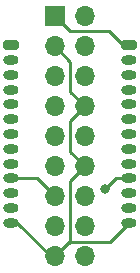
<source format=gbr>
%TF.GenerationSoftware,KiCad,Pcbnew,7.0.1*%
%TF.CreationDate,2023-03-28T23:33:38+09:00*%
%TF.ProjectId,joystick_gpio_input_2p_rasp_part,6a6f7973-7469-4636-9b5f-6770696f5f69,2*%
%TF.SameCoordinates,PX883b640PY6b1d950*%
%TF.FileFunction,Copper,L2,Bot*%
%TF.FilePolarity,Positive*%
%FSLAX46Y46*%
G04 Gerber Fmt 4.6, Leading zero omitted, Abs format (unit mm)*
G04 Created by KiCad (PCBNEW 7.0.1) date 2023-03-28 23:33:38*
%MOMM*%
%LPD*%
G01*
G04 APERTURE LIST*
G04 Aperture macros list*
%AMRoundRect*
0 Rectangle with rounded corners*
0 $1 Rounding radius*
0 $2 $3 $4 $5 $6 $7 $8 $9 X,Y pos of 4 corners*
0 Add a 4 corners polygon primitive as box body*
4,1,4,$2,$3,$4,$5,$6,$7,$8,$9,$2,$3,0*
0 Add four circle primitives for the rounded corners*
1,1,$1+$1,$2,$3*
1,1,$1+$1,$4,$5*
1,1,$1+$1,$6,$7*
1,1,$1+$1,$8,$9*
0 Add four rect primitives between the rounded corners*
20,1,$1+$1,$2,$3,$4,$5,0*
20,1,$1+$1,$4,$5,$6,$7,0*
20,1,$1+$1,$6,$7,$8,$9,0*
20,1,$1+$1,$8,$9,$2,$3,0*%
G04 Aperture macros list end*
%TA.AperFunction,ComponentPad*%
%ADD10RoundRect,0.200000X-0.450000X0.200000X-0.450000X-0.200000X0.450000X-0.200000X0.450000X0.200000X0*%
%TD*%
%TA.AperFunction,ComponentPad*%
%ADD11O,1.300000X0.800000*%
%TD*%
%TA.AperFunction,ComponentPad*%
%ADD12R,1.700000X1.700000*%
%TD*%
%TA.AperFunction,ComponentPad*%
%ADD13O,1.700000X1.700000*%
%TD*%
%TA.AperFunction,ViaPad*%
%ADD14C,0.800000*%
%TD*%
%TA.AperFunction,Conductor*%
%ADD15C,0.250000*%
%TD*%
G04 APERTURE END LIST*
D10*
%TO.P,J9,1,Pin_1*%
%TO.N,/2P_UP*%
X10854300Y19661200D03*
D11*
%TO.P,J9,2,Pin_2*%
%TO.N,/2P_TL*%
X10854300Y18411200D03*
%TO.P,J9,3,Pin_3*%
%TO.N,/2P_X*%
X10854300Y17161200D03*
%TO.P,J9,4,Pin_4*%
%TO.N,/2P_DOWN*%
X10854300Y15911200D03*
%TO.P,J9,5,Pin_5*%
%TO.N,/2P_Y*%
X10854300Y14661200D03*
%TO.P,J9,6,Pin_6*%
%TO.N,/2P_LEFT*%
X10854300Y13411200D03*
%TO.P,J9,7,Pin_7*%
%TO.N,/2P_RIGHT*%
X10854300Y12161200D03*
%TO.P,J9,8,Pin_8*%
%TO.N,/2P_TR*%
X10854300Y10911200D03*
%TO.P,J9,9,Pin_9*%
%TO.N,/2P_B*%
X10854300Y9661200D03*
%TO.P,J9,10,Pin_10*%
%TO.N,/2P_START*%
X10854300Y8411200D03*
%TO.P,J9,11,Pin_11*%
%TO.N,/2P_SELECT*%
X10854300Y7161200D03*
%TO.P,J9,12,Pin_12*%
%TO.N,/2P_A*%
X10854300Y5911200D03*
%TO.P,J9,13,Pin_13*%
%TO.N,/2P_GND*%
X10854300Y4661200D03*
%TD*%
D10*
%TO.P,J11,1,Pin_1*%
%TO.N,/2P_UP*%
X846700Y19661200D03*
D11*
%TO.P,J11,2,Pin_2*%
%TO.N,/2P_TL*%
X846700Y18411200D03*
%TO.P,J11,3,Pin_3*%
%TO.N,/2P_X*%
X846700Y17161200D03*
%TO.P,J11,4,Pin_4*%
%TO.N,/2P_DOWN*%
X846700Y15911200D03*
%TO.P,J11,5,Pin_5*%
%TO.N,/2P_Y*%
X846700Y14661200D03*
%TO.P,J11,6,Pin_6*%
%TO.N,/2P_LEFT*%
X846700Y13411200D03*
%TO.P,J11,7,Pin_7*%
%TO.N,/2P_RIGHT*%
X846700Y12161200D03*
%TO.P,J11,8,Pin_8*%
%TO.N,/2P_TR*%
X846700Y10911200D03*
%TO.P,J11,9,Pin_9*%
%TO.N,/2P_B*%
X846700Y9661200D03*
%TO.P,J11,10,Pin_10*%
%TO.N,/2P_START*%
X846700Y8411200D03*
%TO.P,J11,11,Pin_11*%
%TO.N,/2P_SELECT*%
X846700Y7161200D03*
%TO.P,J11,12,Pin_12*%
%TO.N,/2P_A*%
X846700Y5911200D03*
%TO.P,J11,13,Pin_13*%
%TO.N,/2P_GND*%
X846700Y4661200D03*
%TD*%
D12*
%TO.P,J7,1,Pin_1*%
%TO.N,/2P_UP*%
X4600900Y22115000D03*
D13*
%TO.P,J7,2,Pin_2*%
%TO.N,/2P_TL*%
X7140900Y22115000D03*
%TO.P,J7,3,Pin_3*%
%TO.N,/2P_GND*%
X4600900Y19575000D03*
%TO.P,J7,4,Pin_4*%
%TO.N,/2P_X*%
X7140900Y19575000D03*
%TO.P,J7,5,Pin_5*%
%TO.N,unconnected-(J7-Pin_5-Pad5)*%
X4600900Y17035000D03*
%TO.P,J7,6,Pin_6*%
%TO.N,unconnected-(J7-Pin_6-Pad6)*%
X7140900Y17035000D03*
%TO.P,J7,7,Pin_7*%
%TO.N,/2P_DOWN*%
X4600900Y14495000D03*
%TO.P,J7,8,Pin_8*%
%TO.N,/2P_GND*%
X7140900Y14495000D03*
%TO.P,J7,9,Pin_9*%
%TO.N,/2P_LEFT*%
X4600900Y11955000D03*
%TO.P,J7,10,Pin_10*%
%TO.N,/2P_Y*%
X7140900Y11955000D03*
%TO.P,J7,11,Pin_11*%
%TO.N,/2P_RIGHT*%
X4600900Y9415000D03*
%TO.P,J7,12,Pin_12*%
%TO.N,/2P_GND*%
X7140900Y9415000D03*
%TO.P,J7,13,Pin_13*%
%TO.N,/2P_START*%
X4600900Y6875000D03*
%TO.P,J7,14,Pin_14*%
%TO.N,/2P_TR*%
X7140900Y6875000D03*
%TO.P,J7,15,Pin_15*%
%TO.N,/2P_SELECT*%
X4600900Y4335000D03*
%TO.P,J7,16,Pin_16*%
%TO.N,/2P_B*%
X7140900Y4335000D03*
%TO.P,J7,17,Pin_17*%
%TO.N,/2P_GND*%
X4600900Y1795000D03*
%TO.P,J7,18,Pin_18*%
%TO.N,/2P_A*%
X7140900Y1795000D03*
%TD*%
D14*
%TO.N,/2P_START*%
X8834400Y7510000D03*
%TD*%
D15*
%TO.N,/2P_GND*%
X4600900Y1795000D02*
X4224900Y1795000D01*
X5875900Y15760000D02*
X7140900Y14495000D01*
X7140900Y14495000D02*
X5875900Y13230000D01*
X5875900Y13230000D02*
X5875900Y10680000D01*
X5820100Y3014200D02*
X9207300Y3014200D01*
X4600900Y1795000D02*
X5820100Y3014200D01*
X5875900Y10680000D02*
X7140900Y9415000D01*
X4224900Y1795000D02*
X1358700Y4661200D01*
X5875900Y8150000D02*
X5875900Y3070000D01*
X7140900Y9415000D02*
X5875900Y8150000D01*
X5875900Y18300000D02*
X5875900Y15760000D01*
X4600900Y19575000D02*
X5875900Y18300000D01*
X9207300Y3014200D02*
X10854300Y4661200D01*
X5875900Y3070000D02*
X4600900Y1795000D01*
X1358700Y4661200D02*
X846700Y4661200D01*
%TO.N,/2P_UP*%
X10336300Y19661200D02*
X9117100Y20880400D01*
X10854300Y19661200D02*
X10336300Y19661200D01*
X9117100Y20880400D02*
X5835500Y20880400D01*
X5835500Y20880400D02*
X4600900Y22115000D01*
%TO.N,/2P_START*%
X9735600Y8411200D02*
X10854300Y8411200D01*
X3064700Y8411200D02*
X4600900Y6875000D01*
X8834400Y7510000D02*
X9735600Y8411200D01*
X846700Y8411200D02*
X3064700Y8411200D01*
%TD*%
M02*

</source>
